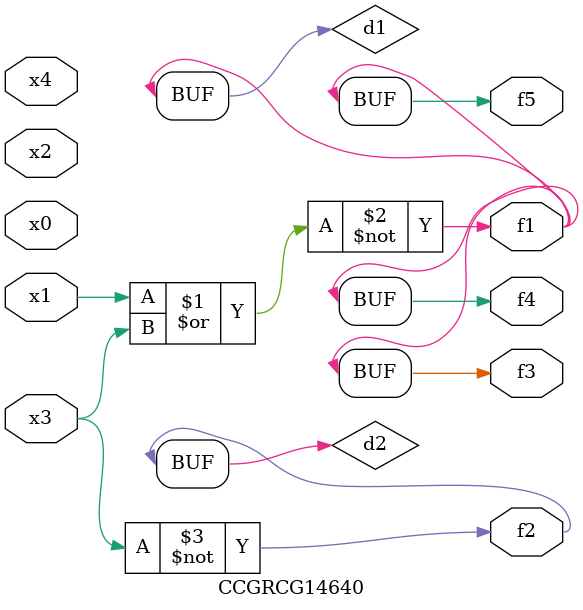
<source format=v>
module CCGRCG14640(
	input x0, x1, x2, x3, x4,
	output f1, f2, f3, f4, f5
);

	wire d1, d2;

	nor (d1, x1, x3);
	not (d2, x3);
	assign f1 = d1;
	assign f2 = d2;
	assign f3 = d1;
	assign f4 = d1;
	assign f5 = d1;
endmodule

</source>
